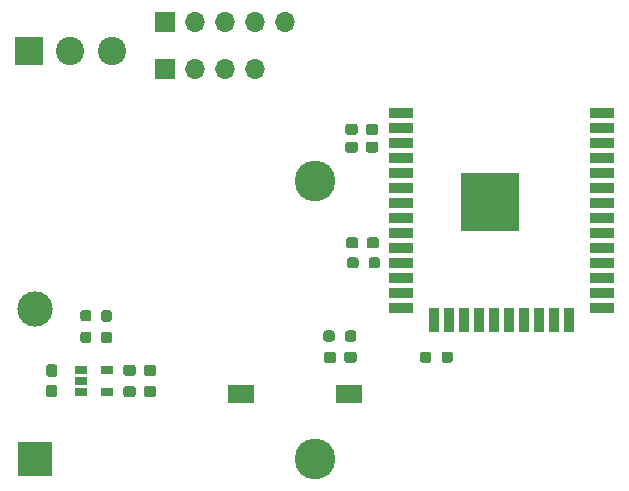
<source format=gbr>
%TF.GenerationSoftware,KiCad,Pcbnew,5.1.10*%
%TF.CreationDate,2021-06-08T01:23:06+10:00*%
%TF.ProjectId,mail-to-telegram,6d61696c-2d74-46f2-9d74-656c65677261,v1.0*%
%TF.SameCoordinates,Original*%
%TF.FileFunction,Soldermask,Top*%
%TF.FilePolarity,Negative*%
%FSLAX46Y46*%
G04 Gerber Fmt 4.6, Leading zero omitted, Abs format (unit mm)*
G04 Created by KiCad (PCBNEW 5.1.10) date 2021-06-08 01:23:06*
%MOMM*%
%LPD*%
G01*
G04 APERTURE LIST*
%ADD10C,3.450000*%
%ADD11C,3.000000*%
%ADD12R,3.000000X3.000000*%
%ADD13R,2.180000X1.600000*%
%ADD14R,1.060000X0.650000*%
%ADD15O,1.700000X1.700000*%
%ADD16R,1.700000X1.700000*%
%ADD17R,2.000000X0.900000*%
%ADD18R,0.900000X2.000000*%
%ADD19R,5.000000X5.000000*%
%ADD20C,2.400000*%
%ADD21R,2.400000X2.400000*%
G04 APERTURE END LIST*
D10*
%TO.C,BT1*%
X146720000Y-89000000D03*
X146720000Y-112500000D03*
D11*
X123000000Y-99800000D03*
D12*
X123000000Y-112500000D03*
%TD*%
%TO.C,R3*%
G36*
G01*
X148375000Y-101862500D02*
X148375000Y-102337500D01*
G75*
G02*
X148137500Y-102575000I-237500J0D01*
G01*
X147637500Y-102575000D01*
G75*
G02*
X147400000Y-102337500I0J237500D01*
G01*
X147400000Y-101862500D01*
G75*
G02*
X147637500Y-101625000I237500J0D01*
G01*
X148137500Y-101625000D01*
G75*
G02*
X148375000Y-101862500I0J-237500D01*
G01*
G37*
G36*
G01*
X150200000Y-101862500D02*
X150200000Y-102337500D01*
G75*
G02*
X149962500Y-102575000I-237500J0D01*
G01*
X149462500Y-102575000D01*
G75*
G02*
X149225000Y-102337500I0J237500D01*
G01*
X149225000Y-101862500D01*
G75*
G02*
X149462500Y-101625000I237500J0D01*
G01*
X149962500Y-101625000D01*
G75*
G02*
X150200000Y-101862500I0J-237500D01*
G01*
G37*
%TD*%
D13*
%TO.C,SW1*%
X140410000Y-107000000D03*
X149590000Y-107000000D03*
%TD*%
%TO.C,C6*%
G36*
G01*
X148512500Y-103662500D02*
X148512500Y-104137500D01*
G75*
G02*
X148275000Y-104375000I-237500J0D01*
G01*
X147675000Y-104375000D01*
G75*
G02*
X147437500Y-104137500I0J237500D01*
G01*
X147437500Y-103662500D01*
G75*
G02*
X147675000Y-103425000I237500J0D01*
G01*
X148275000Y-103425000D01*
G75*
G02*
X148512500Y-103662500I0J-237500D01*
G01*
G37*
G36*
G01*
X150237500Y-103662500D02*
X150237500Y-104137500D01*
G75*
G02*
X150000000Y-104375000I-237500J0D01*
G01*
X149400000Y-104375000D01*
G75*
G02*
X149162500Y-104137500I0J237500D01*
G01*
X149162500Y-103662500D01*
G75*
G02*
X149400000Y-103425000I237500J0D01*
G01*
X150000000Y-103425000D01*
G75*
G02*
X150237500Y-103662500I0J-237500D01*
G01*
G37*
%TD*%
D14*
%TO.C,U1*%
X129100000Y-104950000D03*
X129100000Y-106850000D03*
X126900000Y-106850000D03*
X126900000Y-105900000D03*
X126900000Y-104950000D03*
%TD*%
D15*
%TO.C,J2*%
X141620000Y-79500000D03*
X139080000Y-79500000D03*
X136540000Y-79500000D03*
D16*
X134000000Y-79500000D03*
%TD*%
D15*
%TO.C,J1*%
X144160000Y-75500000D03*
X141620000Y-75500000D03*
X139080000Y-75500000D03*
X136540000Y-75500000D03*
D16*
X134000000Y-75500000D03*
%TD*%
D17*
%TO.C,U2*%
X171000000Y-83245000D03*
X171000000Y-84515000D03*
X171000000Y-85785000D03*
X171000000Y-87055000D03*
X171000000Y-88325000D03*
X171000000Y-89595000D03*
X171000000Y-90865000D03*
X171000000Y-92135000D03*
X171000000Y-93405000D03*
X171000000Y-94675000D03*
X171000000Y-95945000D03*
X171000000Y-97215000D03*
X171000000Y-98485000D03*
X171000000Y-99755000D03*
D18*
X168215000Y-100755000D03*
X166945000Y-100755000D03*
X165675000Y-100755000D03*
X164405000Y-100755000D03*
X163135000Y-100755000D03*
X161865000Y-100755000D03*
X160595000Y-100755000D03*
X159325000Y-100755000D03*
X158055000Y-100755000D03*
X156785000Y-100755000D03*
D17*
X154000000Y-99755000D03*
X154000000Y-98485000D03*
X154000000Y-97215000D03*
X154000000Y-95945000D03*
X154000000Y-94675000D03*
X154000000Y-93405000D03*
X154000000Y-92135000D03*
X154000000Y-90865000D03*
X154000000Y-89595000D03*
X154000000Y-88325000D03*
X154000000Y-87055000D03*
X154000000Y-85785000D03*
X154000000Y-84515000D03*
X154000000Y-83245000D03*
D19*
X161500000Y-90745000D03*
%TD*%
%TO.C,R5*%
G36*
G01*
X151237500Y-96137500D02*
X151237500Y-95662500D01*
G75*
G02*
X151475000Y-95425000I237500J0D01*
G01*
X151975000Y-95425000D01*
G75*
G02*
X152212500Y-95662500I0J-237500D01*
G01*
X152212500Y-96137500D01*
G75*
G02*
X151975000Y-96375000I-237500J0D01*
G01*
X151475000Y-96375000D01*
G75*
G02*
X151237500Y-96137500I0J237500D01*
G01*
G37*
G36*
G01*
X149412500Y-96137500D02*
X149412500Y-95662500D01*
G75*
G02*
X149650000Y-95425000I237500J0D01*
G01*
X150150000Y-95425000D01*
G75*
G02*
X150387500Y-95662500I0J-237500D01*
G01*
X150387500Y-96137500D01*
G75*
G02*
X150150000Y-96375000I-237500J0D01*
G01*
X149650000Y-96375000D01*
G75*
G02*
X149412500Y-96137500I0J237500D01*
G01*
G37*
%TD*%
%TO.C,R4*%
G36*
G01*
X157412500Y-104137500D02*
X157412500Y-103662500D01*
G75*
G02*
X157650000Y-103425000I237500J0D01*
G01*
X158150000Y-103425000D01*
G75*
G02*
X158387500Y-103662500I0J-237500D01*
G01*
X158387500Y-104137500D01*
G75*
G02*
X158150000Y-104375000I-237500J0D01*
G01*
X157650000Y-104375000D01*
G75*
G02*
X157412500Y-104137500I0J237500D01*
G01*
G37*
G36*
G01*
X155587500Y-104137500D02*
X155587500Y-103662500D01*
G75*
G02*
X155825000Y-103425000I237500J0D01*
G01*
X156325000Y-103425000D01*
G75*
G02*
X156562500Y-103662500I0J-237500D01*
G01*
X156562500Y-104137500D01*
G75*
G02*
X156325000Y-104375000I-237500J0D01*
G01*
X155825000Y-104375000D01*
G75*
G02*
X155587500Y-104137500I0J237500D01*
G01*
G37*
%TD*%
%TO.C,R2*%
G36*
G01*
X128812500Y-101737500D02*
X129287500Y-101737500D01*
G75*
G02*
X129525000Y-101975000I0J-237500D01*
G01*
X129525000Y-102475000D01*
G75*
G02*
X129287500Y-102712500I-237500J0D01*
G01*
X128812500Y-102712500D01*
G75*
G02*
X128575000Y-102475000I0J237500D01*
G01*
X128575000Y-101975000D01*
G75*
G02*
X128812500Y-101737500I237500J0D01*
G01*
G37*
G36*
G01*
X128812500Y-99912500D02*
X129287500Y-99912500D01*
G75*
G02*
X129525000Y-100150000I0J-237500D01*
G01*
X129525000Y-100650000D01*
G75*
G02*
X129287500Y-100887500I-237500J0D01*
G01*
X128812500Y-100887500D01*
G75*
G02*
X128575000Y-100650000I0J237500D01*
G01*
X128575000Y-100150000D01*
G75*
G02*
X128812500Y-99912500I237500J0D01*
G01*
G37*
%TD*%
%TO.C,R1*%
G36*
G01*
X127537500Y-100862500D02*
X127062500Y-100862500D01*
G75*
G02*
X126825000Y-100625000I0J237500D01*
G01*
X126825000Y-100125000D01*
G75*
G02*
X127062500Y-99887500I237500J0D01*
G01*
X127537500Y-99887500D01*
G75*
G02*
X127775000Y-100125000I0J-237500D01*
G01*
X127775000Y-100625000D01*
G75*
G02*
X127537500Y-100862500I-237500J0D01*
G01*
G37*
G36*
G01*
X127537500Y-102687500D02*
X127062500Y-102687500D01*
G75*
G02*
X126825000Y-102450000I0J237500D01*
G01*
X126825000Y-101950000D01*
G75*
G02*
X127062500Y-101712500I237500J0D01*
G01*
X127537500Y-101712500D01*
G75*
G02*
X127775000Y-101950000I0J-237500D01*
G01*
X127775000Y-102450000D01*
G75*
G02*
X127537500Y-102687500I-237500J0D01*
G01*
G37*
%TD*%
D20*
%TO.C,J3*%
X129500000Y-78000000D03*
X126000000Y-78000000D03*
D21*
X122500000Y-78000000D03*
%TD*%
%TO.C,D1*%
G36*
G01*
X150375000Y-93962500D02*
X150375000Y-94437500D01*
G75*
G02*
X150137500Y-94675000I-237500J0D01*
G01*
X149562500Y-94675000D01*
G75*
G02*
X149325000Y-94437500I0J237500D01*
G01*
X149325000Y-93962500D01*
G75*
G02*
X149562500Y-93725000I237500J0D01*
G01*
X150137500Y-93725000D01*
G75*
G02*
X150375000Y-93962500I0J-237500D01*
G01*
G37*
G36*
G01*
X152125000Y-93962500D02*
X152125000Y-94437500D01*
G75*
G02*
X151887500Y-94675000I-237500J0D01*
G01*
X151312500Y-94675000D01*
G75*
G02*
X151075000Y-94437500I0J237500D01*
G01*
X151075000Y-93962500D01*
G75*
G02*
X151312500Y-93725000I237500J0D01*
G01*
X151887500Y-93725000D01*
G75*
G02*
X152125000Y-93962500I0J-237500D01*
G01*
G37*
%TD*%
%TO.C,C5*%
G36*
G01*
X150337500Y-84362500D02*
X150337500Y-84837500D01*
G75*
G02*
X150100000Y-85075000I-237500J0D01*
G01*
X149500000Y-85075000D01*
G75*
G02*
X149262500Y-84837500I0J237500D01*
G01*
X149262500Y-84362500D01*
G75*
G02*
X149500000Y-84125000I237500J0D01*
G01*
X150100000Y-84125000D01*
G75*
G02*
X150337500Y-84362500I0J-237500D01*
G01*
G37*
G36*
G01*
X152062500Y-84362500D02*
X152062500Y-84837500D01*
G75*
G02*
X151825000Y-85075000I-237500J0D01*
G01*
X151225000Y-85075000D01*
G75*
G02*
X150987500Y-84837500I0J237500D01*
G01*
X150987500Y-84362500D01*
G75*
G02*
X151225000Y-84125000I237500J0D01*
G01*
X151825000Y-84125000D01*
G75*
G02*
X152062500Y-84362500I0J-237500D01*
G01*
G37*
%TD*%
%TO.C,C4*%
G36*
G01*
X150337500Y-85862500D02*
X150337500Y-86337500D01*
G75*
G02*
X150100000Y-86575000I-237500J0D01*
G01*
X149500000Y-86575000D01*
G75*
G02*
X149262500Y-86337500I0J237500D01*
G01*
X149262500Y-85862500D01*
G75*
G02*
X149500000Y-85625000I237500J0D01*
G01*
X150100000Y-85625000D01*
G75*
G02*
X150337500Y-85862500I0J-237500D01*
G01*
G37*
G36*
G01*
X152062500Y-85862500D02*
X152062500Y-86337500D01*
G75*
G02*
X151825000Y-86575000I-237500J0D01*
G01*
X151225000Y-86575000D01*
G75*
G02*
X150987500Y-86337500I0J237500D01*
G01*
X150987500Y-85862500D01*
G75*
G02*
X151225000Y-85625000I237500J0D01*
G01*
X151825000Y-85625000D01*
G75*
G02*
X152062500Y-85862500I0J-237500D01*
G01*
G37*
%TD*%
%TO.C,C3*%
G36*
G01*
X132187500Y-105237500D02*
X132187500Y-104762500D01*
G75*
G02*
X132425000Y-104525000I237500J0D01*
G01*
X133025000Y-104525000D01*
G75*
G02*
X133262500Y-104762500I0J-237500D01*
G01*
X133262500Y-105237500D01*
G75*
G02*
X133025000Y-105475000I-237500J0D01*
G01*
X132425000Y-105475000D01*
G75*
G02*
X132187500Y-105237500I0J237500D01*
G01*
G37*
G36*
G01*
X130462500Y-105237500D02*
X130462500Y-104762500D01*
G75*
G02*
X130700000Y-104525000I237500J0D01*
G01*
X131300000Y-104525000D01*
G75*
G02*
X131537500Y-104762500I0J-237500D01*
G01*
X131537500Y-105237500D01*
G75*
G02*
X131300000Y-105475000I-237500J0D01*
G01*
X130700000Y-105475000D01*
G75*
G02*
X130462500Y-105237500I0J237500D01*
G01*
G37*
%TD*%
%TO.C,C2*%
G36*
G01*
X132187500Y-107037500D02*
X132187500Y-106562500D01*
G75*
G02*
X132425000Y-106325000I237500J0D01*
G01*
X133025000Y-106325000D01*
G75*
G02*
X133262500Y-106562500I0J-237500D01*
G01*
X133262500Y-107037500D01*
G75*
G02*
X133025000Y-107275000I-237500J0D01*
G01*
X132425000Y-107275000D01*
G75*
G02*
X132187500Y-107037500I0J237500D01*
G01*
G37*
G36*
G01*
X130462500Y-107037500D02*
X130462500Y-106562500D01*
G75*
G02*
X130700000Y-106325000I237500J0D01*
G01*
X131300000Y-106325000D01*
G75*
G02*
X131537500Y-106562500I0J-237500D01*
G01*
X131537500Y-107037500D01*
G75*
G02*
X131300000Y-107275000I-237500J0D01*
G01*
X130700000Y-107275000D01*
G75*
G02*
X130462500Y-107037500I0J237500D01*
G01*
G37*
%TD*%
%TO.C,C1*%
G36*
G01*
X124162500Y-106212500D02*
X124637500Y-106212500D01*
G75*
G02*
X124875000Y-106450000I0J-237500D01*
G01*
X124875000Y-107050000D01*
G75*
G02*
X124637500Y-107287500I-237500J0D01*
G01*
X124162500Y-107287500D01*
G75*
G02*
X123925000Y-107050000I0J237500D01*
G01*
X123925000Y-106450000D01*
G75*
G02*
X124162500Y-106212500I237500J0D01*
G01*
G37*
G36*
G01*
X124162500Y-104487500D02*
X124637500Y-104487500D01*
G75*
G02*
X124875000Y-104725000I0J-237500D01*
G01*
X124875000Y-105325000D01*
G75*
G02*
X124637500Y-105562500I-237500J0D01*
G01*
X124162500Y-105562500D01*
G75*
G02*
X123925000Y-105325000I0J237500D01*
G01*
X123925000Y-104725000D01*
G75*
G02*
X124162500Y-104487500I237500J0D01*
G01*
G37*
%TD*%
M02*

</source>
